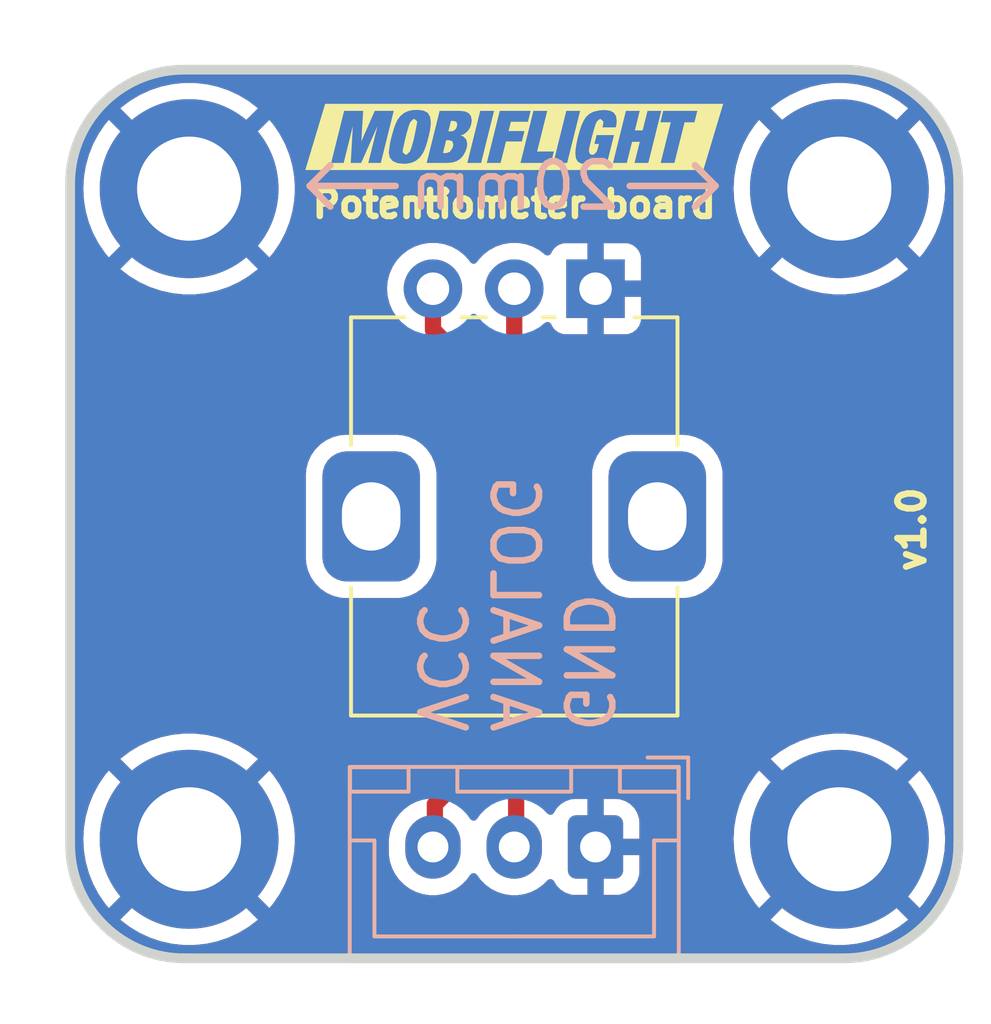
<source format=kicad_pcb>
(kicad_pcb (version 20240108) (generator "pcbnew") (generator_version "8.0")
  (layers (0 "F.Cu" signal) (31 "B.Cu" signal) (34 "B.Paste" user) (35 "F.Paste" user) (36 "B.SilkS" user "B.Silkscreen") (37 "F.SilkS" user "F.Silkscreen") (38 "B.Mask" user) (39 "F.Mask" user) (44 "Edge.Cuts" user))
  (net 0 "")
  (net 1 "GND")
  (net 2 "VCC")
  (net 3 "POT1")
  (footprint "MountingHole:MountingHole_3.2mm_M3_ISO14580_Pad_TopBottom" (layer "F.Cu") (at 108.063369 55.99437 180)
    (property "Reference" "H4" (hide yes))
    (property "Value" "MountingHole" (hide yes))
    (pad "1" thru_hole circle (at 0 0 180) (size 3.6 3.6) (drill 3.2) (layers "*.Cu" "*.Mask") (net 1 "GND"))
    (pad "1" connect circle (at 0 0 180) (size 5.5 5.5) (layers "F.Cu" "F.Mask") (net 1 "GND"))
    (pad "1" connect circle (at 0 0 180) (size 5.5 5.5) (layers "B.Cu" "B.Mask") (net 1 "GND"))
  )
  (footprint "kibuzzard-6380ACF0" (layer "F.Cu") (at 118.063369 54.40437)
    (property "Reference" "kibuzzard-6380ACF0" (hide yes))
    (property "Value" "G***" (hide yes))
    (fp_poly (pts (xy -2.083594 0.494506) (xy -1.981359 0.457835) (xy -1.901349 0.343376) (xy -1.879124 0.278924) (xy -1.874679 0.225584) (xy -1.904682 0.132239) (xy -1.994694 0.101124) (xy -2.094706 0.101124) (xy -2.192496 0.494506) (xy -2.083594 0.494506)) (fill solid) (layer "F.SilkS"))
    (fp_poly (pts (xy -1.936909 -0.172244) (xy -1.862455 -0.188913) (xy -1.796891 -0.247809) (xy -1.772444 -0.292259) (xy -1.752441 -0.392271) (xy -1.781334 -0.467281) (xy -1.868011 -0.492284) (xy -1.945799 -0.492284) (xy -2.025809 -0.172244) (xy -1.936909 -0.172244)) (fill solid) (layer "F.SilkS"))
    (fp_poly (pts (xy -3.428206 0.476726) (xy -3.343751 0.547846) (xy -3.303746 0.541179) (xy -3.208179 0.447834) (xy -3.162618 0.326152) (xy -3.101499 0.116681) (xy -3.074273 -0.003334) (xy -3.032601 -0.203359) (xy -2.99593 -0.391716) (xy -2.983706 -0.476726) (xy -3.068161 -0.552291) (xy -3.103721 -0.547846) (xy -3.201511 -0.451168) (xy -3.247072 -0.329208) (xy -3.308191 -0.121126) (xy -3.332917 -0.023336) (xy -3.375978 0.163354) (xy -3.415149 0.341154) (xy -3.428206 0.412274) (xy -3.428206 0.476726)) (fill solid) (layer "F.SilkS"))
    (fp_poly (pts (xy -5.630704 -1.017535) (xy -5.815912 -1.017535) (xy -6.426433 1.017535) (xy -5.815912 1.017535) (xy -5.630704 1.017535) (xy -5.630704 0.798989) (xy -5.232876 -0.801211) (xy -4.646136 -0.801211) (xy -4.703921 0.138906) (xy -4.290536 -0.801211) (xy -3.706019 -0.801211) (xy -4.103846 0.798989) (xy -4.488339 0.798989) (xy -4.206081 -0.334486) (xy -4.708366 0.798989) (xy -5.028406 0.798989) (xy -4.963954 -0.334486) (xy -5.246211 0.798989) (xy -5.630704 0.798989) (xy -5.630704 1.017535) (xy -3.405981 1.017535) (xy -3.405981 0.825659) (xy -3.601283 0.803434) (xy -3.74269 0.736759) (xy -3.828534 0.63119) (xy -3.857149 0.492284) (xy -3.854926 0.460058) (xy -3.852704 0.432276) (xy -3.827145 0.244475) (xy -3.817144 0.174466) (xy -3.798808 0.093345) (xy -3.766026 -0.034449) (xy -3.706513 -0.239413) (xy -3.649468 -0.400914) (xy -3.594894 -0.518954) (xy -3.506549 -0.641191) (xy -3.388201 -0.736759) (xy -3.263186 -0.795099) (xy -3.132614 -0.823436) (xy -3.057049 -0.828993) (xy -2.979261 -0.832326) (xy -2.79146 -0.810101) (xy -2.663666 -0.743426) (xy -2.590324 -0.626189) (xy -2.565876 -0.452279) (xy -2.572791 -0.336709) (xy -2.593534 -0.197432) (xy -2.628106 -0.034449) (xy -2.685768 0.182245) (xy -2.743182 0.35523) (xy -2.80035 0.484505) (xy -2.898418 0.626467) (xy -3.021489 0.730091) (xy -3.145949 0.790099) (xy -3.279299 0.818991) (xy -3.405981 0.825659) (xy -3.405981 1.017535) (xy -2.692559 1.017535) (xy -2.692559 0.798989) (xy -2.294731 -0.801211) (xy -1.667986 -0.801211) (xy -1.511856 -0.782876) (xy -1.399064 -0.727869) (xy -1.330722 -0.637858) (xy -1.307941 -0.514509) (xy -1.316276 -0.427831) (xy -1.341279 -0.332264) (xy -1.383506 -0.243364) (xy -1.447959 -0.163354) (xy -1.544638 -0.086122) (xy -1.656874 -0.041116) (xy -1.605756 -0.032226) (xy -1.556861 -0.007779) (xy -1.473517 0.082232) (xy -1.445736 0.214471) (xy -1.459071 0.327819) (xy -1.505744 0.456724) (xy -1.575086 0.579939) (xy -1.663986 0.675773) (xy -1.772444 0.744226) (xy -1.90046 0.785298) (xy -2.048034 0.798989) (xy -2.692559 0.798989) (xy -2.692559 1.017535) (xy -1.443514 1.017535) (xy -1.443514 0.798989) (xy -1.045686 -0.801211) (xy -0.621189 -0.801211) (xy -1.019016 0.798989) (xy -1.443514 0.798989) (xy -1.443514 1.017535) (xy -0.843439 1.017535) (xy -0.843439 0.798989) (xy -0.445611 -0.801211) (xy 0.503396 -0.801211) (xy 0.421164 -0.465614) (xy -0.103346 -0.465614) (xy -0.174466 -0.181134) (xy 0.314484 -0.181134) (xy 0.234474 0.138906) (xy -0.254476 0.138906) (xy -0.418941 0.798989) (xy -0.843439 0.798989) (xy -0.843439 1.017535) (xy 0.192246 1.017535) (xy 0.192246 0.798989) (xy 0.590074 -0.801211) (xy 1.014571 -0.801211) (xy 0.703421 0.447834) (xy 1.219041 0.447834) (xy 1.130141 0.798989) (xy 0.192246 0.798989) (xy 0.192246 1.017535) (xy 1.203484 1.017535) (xy 1.203484 0.798989) (xy 1.601311 -0.801211) (xy 2.025809 -0.801211) (xy 1.627981 0.798989) (xy 1.203484 0.798989) (xy 1.203484 1.017535) (xy 2.181384 1.017535) (xy 2.181384 0.832326) (xy 2.044978 0.813157) (xy 1.951355 0.75565) (xy 1.897182 0.65536) (xy 1.879124 0.507841) (xy 1.884557 0.407829) (xy 1.900855 0.285591) (xy 1.928019 0.141129) (xy 1.956911 0.010001) (xy 2.014974 -0.198914) (xy 2.075815 -0.372269) (xy 2.139434 -0.510064) (xy 2.205831 -0.612299) (xy 2.310536 -0.709842) (xy 2.443886 -0.777258) (xy 2.605881 -0.814546) (xy 2.774791 -0.827881) (xy 2.944257 -0.807323) (xy 3.061494 -0.745649) (xy 3.129836 -0.642858) (xy 3.152616 -0.498951) (xy 3.141504 -0.370046) (xy 3.123724 -0.294481) (xy 2.712561 -0.294481) (xy 2.714784 -0.305594) (xy 2.730341 -0.367824) (xy 2.739231 -0.420053) (xy 2.741454 -0.472281) (xy 2.661444 -0.550069) (xy 2.609215 -0.537845) (xy 2.538095 -0.470059) (xy 2.503924 -0.394494) (xy 2.465864 -0.278924) (xy 2.385854 0.005556) (xy 2.325846 0.261144) (xy 2.306955 0.345599) (xy 2.296954 0.430054) (xy 2.32029 0.520065) (xy 2.390299 0.550069) (xy 2.434749 0.54229) (xy 2.472531 0.523399) (xy 2.538095 0.446722) (xy 2.592546 0.272256) (xy 2.605881 0.214471) (xy 2.465864 0.214471) (xy 2.534761 -0.056674) (xy 3.068161 -0.056674) (xy 2.854801 0.798989) (xy 2.570321 0.798989) (xy 2.590324 0.672306) (xy 2.556986 0.703421) (xy 2.440305 0.782876) (xy 2.321401 0.821214) (xy 2.181384 0.832326) (xy 2.181384 1.017535) (xy 3.037046 1.017535) (xy 3.037046 0.798989) (xy 3.434874 -0.801211) (xy 3.859371 -0.801211) (xy 3.710464 -0.201136) (xy 3.948271 -0.201136) (xy 4.099401 -0.801211) (xy 4.521676 -0.801211) (xy 4.123849 0.798989) (xy 3.699351 0.798989) (xy 3.861594 0.150019) (xy 3.623786 0.150019) (xy 3.461544 0.798989) (xy 3.037046 0.798989) (xy 3.037046 1.017535) (xy 4.926171 1.017535) (xy 4.926171 0.798989) (xy 4.503896 0.798989) (xy 4.815046 -0.450056) (xy 4.495006 -0.450056) (xy 4.581684 -0.801211) (xy 5.630704 -0.801211) (xy 5.541804 -0.450056) (xy 5.239544 -0.450056) (xy 4.926171 0.798989) (xy 4.926171 1.017535) (xy 5.630704 1.017535) (xy 5.815912 1.017535) (xy 6.426433 -1.017535) (xy 5.815912 -1.017535) (xy 5.630704 -1.017535) (xy -5.630704 -1.017535)) (fill solid) (layer "F.SilkS"))
  )
  (footprint "Potentiometer_THT:Potentiometer_Alps_RK09K_Single_Vertical" (layer "F.Cu") (at 120.563369 59.070016 -90)
    (property "Reference" "RV1" (hide yes))
    (property "Value" "R_Potentiometer")
    (fp_line (start 0.88 7.52) (end 4.817 7.52) (stroke (width 0.12)) (layer "F.SilkS"))
    (fp_line (start 9.184 7.52) (end 13.12 7.52) (stroke (width 0.12)) (layer "F.SilkS"))
    (fp_line (start 0.88 5.87) (end 0.88 7.52) (stroke (width 0.12)) (layer "F.SilkS"))
    (fp_line (start 0.88 3.371) (end 0.88 4.13) (stroke (width 0.12)) (layer "F.SilkS"))
    (fp_line (start 0.88 1.25) (end 0.88 1.63) (stroke (width 0.12)) (layer "F.SilkS"))
    (fp_line (start 0.88 -2.521) (end 0.88 -1.2) (stroke (width 0.12)) (layer "F.SilkS"))
    (fp_line (start 0.88 -2.521) (end 4.817 -2.521) (stroke (width 0.12)) (layer "F.SilkS"))
    (fp_line (start 9.184 -2.521) (end 13.12 -2.521) (stroke (width 0.12)) (layer "F.SilkS"))
    (fp_line (start 13.12 -2.521) (end 13.12 7.52) (stroke (width 0.12)) (layer "F.SilkS"))
    (pad "1" thru_hole rect (at 0 0 270) (size 1.8 1.8) (drill 1) (layers "*.Cu" "*.Mask") (net 1 "GND"))
    (pad "2" thru_hole circle (at 0 2.5 270) (size 1.8 1.8) (drill 1) (layers "*.Cu" "*.Mask") (net 3 "POT1"))
    (pad "3" thru_hole circle (at 0 5 270) (size 1.8 1.8) (drill 1) (layers "*.Cu" "*.Mask") (net 2 "VCC"))
    (pad "MP" thru_hole roundrect (at 7 -1.9 270) (size 4 3) (drill oval 2.1 1.8) (layers "*.Cu" "*.Mask"))
    (pad "MP" thru_hole roundrect (at 7 6.9 270) (size 4 3) (drill oval 2.1 1.8) (layers "*.Cu" "*.Mask"))
  )
  (footprint "MountingHole:MountingHole_3.2mm_M3_ISO14580_Pad_TopBottom" (layer "F.Cu") (at 108.063369 75.99437 180)
    (property "Reference" "H3" (hide yes))
    (property "Value" "MountingHole" (hide yes))
    (pad "1" thru_hole circle (at 0 0 180) (size 3.6 3.6) (drill 3.2) (layers "*.Cu" "*.Mask") (net 1 "GND"))
    (pad "1" connect circle (at 0 0 180) (size 5.5 5.5) (layers "F.Cu" "F.Mask") (net 1 "GND"))
    (pad "1" connect circle (at 0 0 180) (size 5.5 5.5) (layers "B.Cu" "B.Mask") (net 1 "GND"))
  )
  (footprint "MountingHole:MountingHole_3.2mm_M3_ISO14580_Pad_TopBottom" (layer "F.Cu") (at 128.063369 55.99437 180)
    (property "Reference" "H2" (hide yes))
    (property "Value" "MountingHole" (hide yes))
    (pad "1" thru_hole circle (at 0 0 180) (size 3.6 3.6) (drill 3.2) (layers "*.Cu" "*.Mask") (net 1 "GND"))
    (pad "1" connect circle (at 0 0 180) (size 5.5 5.5) (layers "F.Cu" "F.Mask") (net 1 "GND"))
    (pad "1" connect circle (at 0 0 180) (size 5.5 5.5) (layers "B.Cu" "B.Mask") (net 1 "GND"))
  )
  (footprint "MountingHole:MountingHole_3.2mm_M3_ISO14580_Pad_TopBottom" (layer "F.Cu") (at 128.063369 75.99437 180)
    (property "Reference" "H1" (hide yes))
    (property "Value" "MountingHole" (hide yes))
    (pad "1" thru_hole circle (at 0 0 180) (size 3.6 3.6) (drill 3.2) (layers "*.Cu" "*.Mask") (net 1 "GND"))
    (pad "1" connect circle (at 0 0 180) (size 5.5 5.5) (layers "F.Cu" "F.Mask") (net 1 "GND"))
    (pad "1" connect circle (at 0 0 180) (size 5.5 5.5) (layers "B.Cu" "B.Mask") (net 1 "GND"))
  )
  (footprint "Connector_JST:JST_XH_B3B-XH-A_1x03_P2.50mm_Vertical" (layer "B.Cu") (at 120.563369 76.230016 180)
    (property "Reference" "J1" (hide yes))
    (property "Value" "Conn_01x03")
    (fp_line (start 7.56 2.46) (end 7.56 -3.51) (stroke (width 0.12)) (layer "B.SilkS"))
    (fp_line (start 7.56 -3.51) (end -2.56 -3.51) (stroke (width 0.12)) (layer "B.SilkS"))
    (fp_line (start 7.55 2.45) (end 7.55 1.7) (stroke (width 0.12)) (layer "B.SilkS"))
    (fp_line (start 7.55 1.7) (end 5.75 1.7) (stroke (width 0.12)) (layer "B.SilkS"))
    (fp_line (start 6.8 0.2) (end 7.55 0.2) (stroke (width 0.12)) (layer "B.SilkS"))
    (fp_line (start 6.8 -2.75) (end 6.8 0.2) (stroke (width 0.12)) (layer "B.SilkS"))
    (fp_line (start 5.75 2.45) (end 7.55 2.45) (stroke (width 0.12)) (layer "B.SilkS"))
    (fp_line (start 5.75 1.7) (end 5.75 2.45) (stroke (width 0.12)) (layer "B.SilkS"))
    (fp_line (start 4.25 2.45) (end 4.25 1.7) (stroke (width 0.12)) (layer "B.SilkS"))
    (fp_line (start 4.25 1.7) (end 0.75 1.7) (stroke (width 0.12)) (layer "B.SilkS"))
    (fp_line (start 2.5 -2.75) (end 6.8 -2.75) (stroke (width 0.12)) (layer "B.SilkS"))
    (fp_line (start 2.5 -2.75) (end -1.8 -2.75) (stroke (width 0.12)) (layer "B.SilkS"))
    (fp_line (start 0.75 2.45) (end 4.25 2.45) (stroke (width 0.12)) (layer "B.SilkS"))
    (fp_line (start 0.75 1.7) (end 0.75 2.45) (stroke (width 0.12)) (layer "B.SilkS"))
    (fp_line (start -0.75 2.45) (end -0.75 1.7) (stroke (width 0.12)) (layer "B.SilkS"))
    (fp_line (start -0.75 1.7) (end -2.55 1.7) (stroke (width 0.12)) (layer "B.SilkS"))
    (fp_line (start -1.8 0.2) (end -2.55 0.2) (stroke (width 0.12)) (layer "B.SilkS"))
    (fp_line (start -1.8 -2.75) (end -1.8 0.2) (stroke (width 0.12)) (layer "B.SilkS"))
    (fp_line (start -2.55 2.45) (end -0.75 2.45) (stroke (width 0.12)) (layer "B.SilkS"))
    (fp_line (start -2.55 1.7) (end -2.55 2.45) (stroke (width 0.12)) (layer "B.SilkS"))
    (fp_line (start -2.56 2.46) (end 7.56 2.46) (stroke (width 0.12)) (layer "B.SilkS"))
    (fp_line (start -2.56 -3.51) (end -2.56 2.46) (stroke (width 0.12)) (layer "B.SilkS"))
    (fp_line (start -2.85 2.75) (end -1.6 2.75) (stroke (width 0.12)) (layer "B.SilkS"))
    (fp_line (start -2.85 1.5) (end -2.85 2.75) (stroke (width 0.12)) (layer "B.SilkS"))
    (pad "1" thru_hole roundrect (at 0 0 180) (size 1.7 1.95) (drill 0.95) (layers "*.Cu" "*.Mask") (roundrect_rratio 0.147059) (net 1 "GND"))
    (pad "2" thru_hole oval (at 2.5 0 180) (size 1.7 1.95) (drill 0.95) (layers "*.Cu" "*.Mask") (net 3 "POT1"))
    (pad "3" thru_hole oval (at 5 0 180) (size 1.7 1.95) (drill 0.95) (layers "*.Cu" "*.Mask") (net 2 "VCC"))
  )
  (gr_line (start 124.255869 55.910016) (end 123.620869 55.275016) (stroke (width 0.2)) (layer "B.SilkS"))
  (gr_line (start 111.771914 55.910016) (end 112.406914 55.275016) (stroke (width 0.2)) (layer "B.SilkS"))
  (gr_line (start 121.614414 55.910016) (end 124.255869 55.910016) (stroke (width 0.2)) (layer "B.SilkS"))
  (gr_line (start 112.406914 56.545016) (end 111.771914 55.910016) (stroke (width 0.15)) (layer "B.SilkS"))
  (gr_line (start 124.255869 55.910016) (end 123.620869 56.545016) (stroke (width 0.2)) (layer "B.SilkS"))
  (gr_line (start 111.771914 55.910016) (end 112.406914 56.545016) (stroke (width 0.2)) (layer "B.SilkS"))
  (gr_line (start 114.413369 55.910016) (end 111.771914 55.910016) (stroke (width 0.2)) (layer "B.SilkS"))
  (gr_line (start 105.203544 53.610132) (end 105.313551 53.483136) (stroke (width 0.299997)) (layer "Edge.Cuts"))
  (gr_line (start 106.38692 52.681594) (end 106.541956 52.611503) (stroke (width 0.299997)) (layer "Edge.Cuts"))
  (gr_line (start 131.027096 53.742352) (end 131.124677 53.879574) (stroke (width 0.299997)) (layer "Edge.Cuts"))
  (gr_line (start 130.316527 53.031783) (end 130.448746 53.135687) (stroke (width 0.299997)) (layer "Edge.Cuts"))
  (gr_line (start 104.616694 77.355702) (end 104.561668 77.193078) (stroke (width 0.299997)) (layer "Edge.Cuts"))
  (gr_line (start 128.222419 79.652285) (end 128.222419 79.652285) (stroke (width 0.299997)) (layer "Edge.Cuts"))
  (gr_line (start 129.584778 79.377238) (end 129.425838 79.439906) (stroke (width 0.299997)) (layer "Edge.Cuts"))
  (gr_line (start 104.444643 55.303441) (end 104.475423 55.131085) (stroke (width 0.299997)) (layer "Edge.Cuts"))
  (gr_line (start 105.313551 78.505606) (end 105.203544 78.37861) (stroke (width 0.299997)) (layer "Edge.Cuts"))
  (gr_line (start 129.097124 52.446645) (end 129.263213 52.493809) (stroke (width 0.299997)) (layer "Edge.Cuts"))
  (gr_line (start 131.717869 55.656346) (end 131.722423 55.836455) (stroke (width 0.299997)) (layer "Edge.Cuts"))
  (gr_line (start 105.810208 78.956959) (end 105.677989 78.853055) (stroke (width 0.299997)) (layer "Edge.Cuts"))
  (gr_line (start 130.697295 53.361583) (end 130.813185 53.483136) (stroke (width 0.299997)) (layer "Edge.Cuts"))
  (gr_line (start 104.514504 54.961752) (end 104.561668 54.795664) (stroke (width 0.299997)) (layer "Edge.Cuts"))
  (gr_line (start 128.755435 79.611957) (end 128.580274 79.634215) (stroke (width 0.299997)) (layer "Edge.Cuts"))
  (gr_line (start 105.677989 78.853055) (end 105.550993 78.743048) (stroke (width 0.299997)) (layer "Edge.Cuts"))
  (gr_line (start 130.179304 52.934202) (end 130.316527 53.031783) (stroke (width 0.299997)) (layer "Edge.Cuts"))
  (gr_line (start 131.722423 76.152285) (end 131.717869 76.332395) (stroke (width 0.299997)) (layer "Edge.Cuts"))
  (gr_line (start 131.447375 54.474099) (end 131.510043 54.63304) (stroke (width 0.299997)) (layer "Edge.Cuts"))
  (gr_line (start 104.404315 76.152285) (end 104.404315 76.152285) (stroke (width 0.299997)) (layer "Edge.Cuts"))
  (gr_line (start 129.890729 79.229854) (end 129.739815 79.307147) (stroke (width 0.299997)) (layer "Edge.Cuts"))
  (gr_line (start 105.429441 78.627158) (end 105.313551 78.505606) (stroke (width 0.299997)) (layer "Edge.Cuts"))
  (gr_line (start 104.911021 77.967162) (end 104.826746 77.820592) (stroke (width 0.299997)) (layer "Edge.Cuts"))
  (gr_line (start 105.947431 79.05454) (end 105.810208 78.956959) (stroke (width 0.299997)) (layer "Edge.Cuts"))
  (gr_line (start 106.236006 79.229854) (end 106.089437 79.145578) (stroke (width 0.299997)) (layer "Edge.Cuts"))
  (gr_line (start 130.923192 78.37861) (end 130.813185 78.505606) (stroke (width 0.299997)) (layer "Edge.Cuts"))
  (gr_line (start 131.704353 55.478601) (end 131.717869 55.656346) (stroke (width 0.299997)) (layer "Edge.Cuts"))
  (gr_line (start 130.448746 53.135687) (end 130.575742 53.245694) (stroke (width 0.299997)) (layer "Edge.Cuts"))
  (gr_line (start 131.682095 55.303441) (end 131.704353 55.478601) (stroke (width 0.299997)) (layer "Edge.Cuts"))
  (gr_line (start 106.541956 52.611503) (end 106.700897 52.548835) (stroke (width 0.299997)) (layer "Edge.Cuts"))
  (gr_line (start 104.475423 55.131085) (end 104.514504 54.961752) (stroke (width 0.299997)) (layer "Edge.Cuts"))
  (gr_line (start 131.510043 54.63304) (end 131.56507 54.795664) (stroke (width 0.299997)) (layer "Edge.Cuts"))
  (gr_line (start 129.739815 79.307147) (end 129.584778 79.377238) (stroke (width 0.299997)) (layer "Edge.Cuts"))
  (gr_line (start 130.316527 78.956959) (end 130.179304 79.05454) (stroke (width 0.299997)) (layer "Edge.Cuts"))
  (gr_line (start 106.236006 52.758887) (end 106.38692 52.681594) (stroke (width 0.299997)) (layer "Edge.Cuts"))
  (gr_line (start 105.313551 53.483136) (end 105.429441 53.361583) (stroke (width 0.299997)) (layer "Edge.Cuts"))
  (gr_line (start 105.550993 53.245694) (end 105.677989 53.135687) (stroke (width 0.299997)) (layer "Edge.Cuts"))
  (gr_line (start 130.448746 78.853055) (end 130.316527 78.956959) (stroke (width 0.299997)) (layer "Edge.Cuts"))
  (gr_line (start 107.198943 79.581178) (end 107.02961 79.542096) (stroke (width 0.299997)) (layer "Edge.Cuts"))
  (gr_line (start 104.408869 76.332395) (end 104.404315 76.152285) (stroke (width 0.299997)) (layer "Edge.Cuts"))
  (gr_line (start 128.222419 79.652285) (end 128.222419 79.652285) (stroke (width 0.299997)) (layer "Edge.Cuts"))
  (gr_line (start 106.863522 79.494932) (end 106.700897 79.439906) (stroke (width 0.299997)) (layer "Edge.Cuts"))
  (gr_line (start 104.422385 76.51014) (end 104.408869 76.332395) (stroke (width 0.299997)) (layer "Edge.Cuts"))
  (gr_line (start 104.679362 77.514643) (end 104.616694 77.355702) (stroke (width 0.299997)) (layer "Edge.Cuts"))
  (gr_line (start 107.54646 79.634215) (end 107.371299 79.611957) (stroke (width 0.299997)) (layer "Edge.Cuts"))
  (gr_line (start 129.263213 79.494932) (end 129.097124 79.542096) (stroke (width 0.299997)) (layer "Edge.Cuts"))
  (gr_line (start 107.904315 79.652285) (end 107.904315 79.652285) (stroke (width 0.299997)) (layer "Edge.Cuts"))
  (gr_line (start 128.927792 79.581178) (end 128.755435 79.611957) (stroke (width 0.299997)) (layer "Edge.Cuts"))
  (gr_line (start 107.54646 52.354525) (end 107.724205 52.341009) (stroke (width 0.299997)) (layer "Edge.Cuts"))
  (gr_line (start 131.651315 55.131085) (end 131.682095 55.303441) (stroke (width 0.299997)) (layer "Edge.Cuts"))
  (gr_line (start 129.739815 52.681594) (end 129.890729 52.758887) (stroke (width 0.299997)) (layer "Edge.Cuts"))
  (gr_line (start 105.550993 78.743048) (end 105.429441 78.627158) (stroke (width 0.299997)) (layer "Edge.Cuts"))
  (gr_line (start 131.682095 76.6853) (end 131.651315 76.857657) (stroke (width 0.299997)) (layer "Edge.Cuts"))
  (gr_line (start 105.429441 53.361583) (end 105.550993 53.245694) (stroke (width 0.299997)) (layer "Edge.Cuts"))
  (gr_line (start 104.679362 54.474099) (end 104.749453 54.319063) (stroke (width 0.299997)) (layer "Edge.Cuts"))
  (gr_line (start 129.263213 52.493809) (end 129.425838 52.548835) (stroke (width 0.299997)) (layer "Edge.Cuts"))
  (gr_line (start 104.444643 76.6853) (end 104.422385 76.51014) (stroke (width 0.299997)) (layer "Edge.Cuts"))
  (gr_line (start 104.826746 54.16815) (end 104.911021 54.02158) (stroke (width 0.299997)) (layer "Edge.Cuts"))
  (gr_line (start 130.697295 78.627158) (end 130.575742 78.743048) (stroke (width 0.299997)) (layer "Edge.Cuts"))
  (gr_line (start 130.813185 53.483136) (end 130.923192 53.610132) (stroke (width 0.299997)) (layer "Edge.Cuts"))
  (gr_line (start 107.904315 52.336455) (end 107.904315 52.336455) (stroke (width 0.299997)) (layer "Edge.Cuts"))
  (gr_line (start 104.826746 77.820592) (end 104.749453 77.669679) (stroke (width 0.299997)) (layer "Edge.Cuts"))
  (gr_line (start 128.222419 79.652285) (end 107.904315 79.652285) (stroke (width 0.299997)) (layer "Edge.Cuts"))
  (gr_line (start 131.299991 54.16815) (end 131.377284 54.319063) (stroke (width 0.299997)) (layer "Edge.Cuts"))
  (gr_line (start 104.911021 54.02158) (end 105.00206 53.879574) (stroke (width 0.299997)) (layer "Edge.Cuts"))
  (gr_line (start 131.215715 54.02158) (end 131.299991 54.16815) (stroke (width 0.299997)) (layer "Edge.Cuts"))
  (gr_line (start 131.027096 78.24639) (end 130.923192 78.37861) (stroke (width 0.299997)) (layer "Edge.Cuts"))
  (gr_line (start 130.575742 78.743048) (end 130.448746 78.853055) (stroke (width 0.299997)) (layer "Edge.Cuts"))
  (gr_line (start 104.749453 54.319063) (end 104.826746 54.16815) (stroke (width 0.299997)) (layer "Edge.Cuts"))
  (gr_line (start 106.089437 52.843163) (end 106.236006 52.758887) (stroke (width 0.299997)) (layer "Edge.Cuts"))
  (gr_line (start 128.580274 79.634215) (end 128.402529 79.647731) (stroke (width 0.299997)) (layer "Edge.Cuts"))
  (gr_line (start 130.575742 53.245694) (end 130.697295 53.361583) (stroke (width 0.299997)) (layer "Edge.Cuts"))
  (gr_line (start 128.402529 52.341009) (end 128.580274 52.354525) (stroke (width 0.299997)) (layer "Edge.Cuts"))
  (gr_line (start 131.510043 77.355702) (end 131.447375 77.514643) (stroke (width 0.299997)) (layer "Edge.Cuts"))
  (gr_line (start 129.890729 52.758887) (end 130.037298 52.843163) (stroke (width 0.299997)) (layer "Edge.Cuts"))
  (gr_line (start 106.700897 79.439906) (end 106.541956 79.377238) (stroke (width 0.299997)) (layer "Edge.Cuts"))
  (gr_line (start 104.422385 55.478601) (end 104.444643 55.303441) (stroke (width 0.299997)) (layer "Edge.Cuts"))
  (gr_line (start 131.717869 76.332395) (end 131.704353 76.51014) (stroke (width 0.299997)) (layer "Edge.Cuts"))
  (gr_line (start 107.371299 79.611957) (end 107.198943 79.581178) (stroke (width 0.299997)) (layer "Edge.Cuts"))
  (gr_line (start 104.514504 77.026989) (end 104.475423 76.857657) (stroke (width 0.299997)) (layer "Edge.Cuts"))
  (gr_line (start 106.089437 79.145578) (end 105.947431 79.05454) (stroke (width 0.299997)) (layer "Edge.Cuts"))
  (gr_line (start 105.00206 53.879574) (end 105.099641 53.742352) (stroke (width 0.299997)) (layer "Edge.Cuts"))
  (gr_line (start 107.724205 79.647731) (end 107.54646 79.634215) (stroke (width 0.299997)) (layer "Edge.Cuts"))
  (gr_line (start 130.037298 52.843163) (end 130.179304 52.934202) (stroke (width 0.299997)) (layer "Edge.Cuts"))
  (gr_line (start 104.404315 55.836455) (end 104.408869 55.656346) (stroke (width 0.299997)) (layer "Edge.Cuts"))
  (gr_line (start 131.124677 53.879574) (end 131.215715 54.02158) (stroke (width 0.299997)) (layer "Edge.Cuts"))
  (gr_line (start 130.179304 79.05454) (end 130.037298 79.145578) (stroke (width 0.299997)) (layer "Edge.Cuts"))
  (gr_line (start 131.377284 77.669679) (end 131.299991 77.820592) (stroke (width 0.299997)) (layer "Edge.Cuts"))
  (gr_line (start 131.722423 55.836455) (end 131.722423 55.836455) (stroke (width 0.299997)) (layer "Edge.Cuts"))
  (gr_line (start 104.404315 76.152285) (end 104.404315 55.836455) (stroke (width 0.299997)) (layer "Edge.Cuts"))
  (gr_line (start 131.722423 55.836455) (end 131.722423 76.152285) (stroke (width 0.299997)) (layer "Edge.Cuts"))
  (gr_line (start 107.02961 52.446645) (end 107.198943 52.407563) (stroke (width 0.299997)) (layer "Edge.Cuts"))
  (gr_line (start 128.222419 52.336455) (end 128.402529 52.341009) (stroke (width 0.299997)) (layer "Edge.Cuts"))
  (gr_line (start 131.612233 54.961752) (end 131.651315 55.131085) (stroke (width 0.299997)) (layer "Edge.Cuts"))
  (gr_line (start 128.402529 79.647731) (end 128.222419 79.652285) (stroke (width 0.299997)) (layer "Edge.Cuts"))
  (gr_line (start 130.923192 53.610132) (end 131.027096 53.742352) (stroke (width 0.299997)) (layer "Edge.Cuts"))
  (gr_line (start 104.616694 54.63304) (end 104.679362 54.474099) (stroke (width 0.299997)) (layer "Edge.Cuts"))
  (gr_line (start 107.724205 52.341009) (end 107.904315 52.336455) (stroke (width 0.299997)) (layer "Edge.Cuts"))
  (gr_line (start 105.947431 52.934202) (end 106.089437 52.843163) (stroke (width 0.299997)) (layer "Edge.Cuts"))
  (gr_line (start 107.02961 79.542096) (end 106.863522 79.494932) (stroke (width 0.299997)) (layer "Edge.Cuts"))
  (gr_line (start 131.215715 77.967162) (end 131.124677 78.109168) (stroke (width 0.299997)) (layer "Edge.Cuts"))
  (gr_line (start 107.904315 52.336455) (end 128.222419 52.336455) (stroke (width 0.299997)) (layer "Edge.Cuts"))
  (gr_line (start 104.475423 76.857657) (end 104.444643 76.6853) (stroke (width 0.299997)) (layer "Edge.Cuts"))
  (gr_line (start 105.099641 78.24639) (end 105.00206 78.109168) (stroke (width 0.299997)) (layer "Edge.Cuts"))
  (gr_line (start 131.722423 76.152285) (end 131.722423 76.152285) (stroke (width 0.299997)) (layer "Edge.Cuts"))
  (gr_line (start 131.299991 77.820592) (end 131.215715 77.967162) (stroke (width 0.299997)) (layer "Edge.Cuts"))
  (gr_line (start 105.203544 78.37861) (end 105.099641 78.24639) (stroke (width 0.299997)) (layer "Edge.Cuts"))
  (gr_line (start 131.56507 54.795664) (end 131.612233 54.961752) (stroke (width 0.299997)) (layer "Edge.Cuts"))
  (gr_line (start 106.38692 79.307147) (end 106.236006 79.229854) (stroke (width 0.299997)) (layer "Edge.Cuts"))
  (gr_line (start 130.813185 78.505606) (end 130.697295 78.627158) (stroke (width 0.299997)) (layer "Edge.Cuts"))
  (gr_line (start 131.704353 76.51014) (end 131.682095 76.6853) (stroke (width 0.299997)) (layer "Edge.Cuts"))
  (gr_line (start 129.097124 79.542096) (end 128.927792 79.581178) (stroke (width 0.299997)) (layer "Edge.Cuts"))
  (gr_line (start 128.580274 52.354525) (end 128.755435 52.376783) (stroke (width 0.299997)) (layer "Edge.Cuts"))
  (gr_line (start 105.00206 78.109168) (end 104.911021 77.967162) (stroke (width 0.299997)) (layer "Edge.Cuts"))
  (gr_line (start 131.124677 78.109168) (end 131.027096 78.24639) (stroke (width 0.299997)) (layer "Edge.Cuts"))
  (gr_line (start 106.541956 79.377238) (end 106.38692 79.307147) (stroke (width 0.299997)) (layer "Edge.Cuts"))
  (gr_line (start 131.447375 77.514643) (end 131.377284 77.669679) (stroke (width 0.299997)) (layer "Edge.Cuts"))
  (gr_line (start 105.810208 53.031783) (end 105.947431 52.934202) (stroke (width 0.299997)) (layer "Edge.Cuts"))
  (gr_line (start 107.198943 52.407563) (end 107.371299 52.376783) (stroke (width 0.299997)) (layer "Edge.Cuts"))
  (gr_line (start 128.927792 52.407563) (end 129.097124 52.446645) (stroke (width 0.299997)) (layer "Edge.Cuts"))
  (gr_line (start 105.099641 53.742352) (end 105.203544 53.610132) (stroke (width 0.299997)) (layer "Edge.Cuts"))
  (gr_line (start 131.651315 76.857657) (end 131.612233 77.026989) (stroke (width 0.299997)) (layer "Edge.Cuts"))
  (gr_line (start 104.408869 55.656346) (end 104.422385 55.478601) (stroke (width 0.299997)) (layer "Edge.Cuts"))
  (gr_line (start 104.561668 54.795664) (end 104.616694 54.63304) (stroke (width 0.299997)) (layer "Edge.Cuts"))
  (gr_line (start 128.755435 52.376783) (end 128.927792 52.407563) (stroke (width 0.299997)) (layer "Edge.Cuts"))
  (gr_line (start 104.561668 77.193078) (end 104.514504 77.026989) (stroke (width 0.299997)) (layer "Edge.Cuts"))
  (gr_line (start 105.677989 53.135687) (end 105.810208 53.031783) (stroke (width 0.299997)) (layer "Edge.Cuts"))
  (gr_line (start 130.037298 79.145578) (end 129.890729 79.229854) (stroke (width 0.299997)) (layer "Edge.Cuts"))
  (gr_line (start 129.584778 52.611503) (end 129.739815 52.681594) (stroke (width 0.299997)) (layer "Edge.Cuts"))
  (gr_line (start 107.371299 52.376783) (end 107.54646 52.354525) (stroke (width 0.299997)) (layer "Edge.Cuts"))
  (gr_line (start 131.56507 77.193078) (end 131.510043 77.355702) (stroke (width 0.299997)) (layer "Edge.Cuts"))
  (gr_line (start 129.425838 79.439906) (end 129.263213 79.494932) (stroke (width 0.299997)) (layer "Edge.Cuts"))
  (gr_line (start 131.612233 77.026989) (end 131.56507 77.193078) (stroke (width 0.299997)) (layer "Edge.Cuts"))
  (gr_line (start 107.904315 79.652285) (end 107.724205 79.647731) (stroke (width 0.299997)) (layer "Edge.Cuts"))
  (gr_line (start 128.222419 52.336455) (end 128.222419 52.336455) (stroke (width 0.299997)) (layer "Edge.Cuts"))
  (gr_line (start 106.863522 52.493809) (end 107.02961 52.446645) (stroke (width 0.299997)) (layer "Edge.Cuts"))
  (gr_line (start 104.404315 55.836455) (end 104.404315 55.836455) (stroke (width 0.299997)) (layer "Edge.Cuts"))
  (gr_line (start 106.700897 52.548835) (end 106.863522 52.493809) (stroke (width 0.299997)) (layer "Edge.Cuts"))
  (gr_line (start 129.425838 52.548835) (end 129.584778 52.611503) (stroke (width 0.299997)) (layer "Edge.Cuts"))
  (gr_line (start 131.377284 54.319063) (end 131.447375 54.474099) (stroke (width 0.299997)) (layer "Edge.Cuts"))
  (gr_line (start 104.749453 77.669679) (end 104.679362 77.514643) (stroke (width 0.299997)) (layer "Edge.Cuts"))
  (gr_text "20mm" (at 118.063369 55.910016 0) (layer "B.SilkS") (effects (font (size 1.4 1.4) (thickness 0.2)) (justify mirror)))
  (gr_text "GND\nANALOG\nVCC" (at 118.063369 72.81937 270) (layer "B.SilkS") (effects (font (size 1.4 1.4) (thickness 0.2)) (justify left mirror)))
  (gr_text "Potentiometer board" (at 118.063369 56.473359 0) (layer "F.SilkS") (effects (font (size 0.8 0.8) (thickness 0.2))))
  (gr_text "v1.0" (at 130.288369 66.46937 90) (layer "F.SilkS") (effects (font (size 0.8 0.8) (thickness 0.2))))
  (segment (start 117.421914 73.120016) (end 115.621914 74.920016) (width 0.5) (layer "F.Cu") (net 2))
  (segment (start 115.563369 60.336471) (end 117.421914 62.195016) (width 0.5) (layer "F.Cu") (net 2))
  (segment (start 115.563369 59.070016) (end 115.563369 60.336471) (width 0.5) (layer "F.Cu") (net 2))
  (segment (start 117.421914 62.195016) (end 117.421914 73.120016) (width 0.5) (layer "F.Cu") (net 2))
  (segment (start 115.621914 74.920016) (end 115.621914 76.230016) (width 0.5) (layer "F.Cu") (net 2))
  (segment (start 118.063369 59.070016) (end 118.063369 60.635743) (width 0.5) (layer "F.Cu") (net 3))
  (segment (start 118.756914 61.329288) (end 118.756914 73.690016) (width 0.5) (layer "F.Cu") (net 3))
  (segment (start 118.756914 73.690016) (end 118.121914 74.325016) (width 0.5) (layer "F.Cu") (net 3))
  (segment (start 118.121914 74.325016) (end 118.121914 76.230016) (width 0.5) (layer "F.Cu") (net 3))
  (segment (start 118.063369 60.635743) (end 118.756914 61.329288) (width 0.5) (layer "F.Cu") (net 3))
  (zone (net 1) (net_name "GND") (layers "F&B.Cu") (priority 1) (connect_pads (clearance 0.508)) (min_thickness 0.25) (fill yes (thermal_gap 0.5) (thermal_bridge_width 0.5))
    (polygon (pts (xy 102.881914 50.195016) (xy 132.091914 50.195016) (xy 132.726914 50.830016) (xy 132.726914 80.040016) (xy 132.091914 80.675016) (xy 103.516914 80.675016) (xy 102.246914 79.405016) (xy 102.246914 50.830016)))
  )
)
</source>
